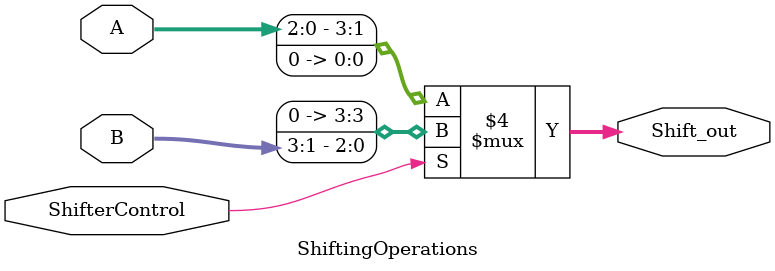
<source format=v>
module ShiftingOperations (
    input [3:0] A,
    input [3:0] B,
    input ShifterControl, // 0 for left shift, 1 for right shift
    output [3:0] Shift_out
);
    assign Shift_out = (ShifterControl == 0) ? (A << 1) : (B >> 1);
endmodule

</source>
